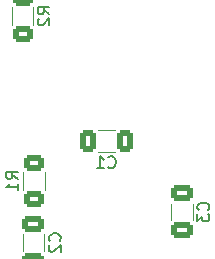
<source format=gbr>
%TF.GenerationSoftware,KiCad,Pcbnew,8.0.1-rc1*%
%TF.CreationDate,2024-11-19T18:39:50-08:00*%
%TF.ProjectId,LM2597-Adj,4c4d3235-3937-42d4-9164-6a2e6b696361,rev?*%
%TF.SameCoordinates,Original*%
%TF.FileFunction,Legend,Bot*%
%TF.FilePolarity,Positive*%
%FSLAX46Y46*%
G04 Gerber Fmt 4.6, Leading zero omitted, Abs format (unit mm)*
G04 Created by KiCad (PCBNEW 8.0.1-rc1) date 2024-11-19 18:39:50*
%MOMM*%
%LPD*%
G01*
G04 APERTURE LIST*
G04 Aperture macros list*
%AMRoundRect*
0 Rectangle with rounded corners*
0 $1 Rounding radius*
0 $2 $3 $4 $5 $6 $7 $8 $9 X,Y pos of 4 corners*
0 Add a 4 corners polygon primitive as box body*
4,1,4,$2,$3,$4,$5,$6,$7,$8,$9,$2,$3,0*
0 Add four circle primitives for the rounded corners*
1,1,$1+$1,$2,$3*
1,1,$1+$1,$4,$5*
1,1,$1+$1,$6,$7*
1,1,$1+$1,$8,$9*
0 Add four rect primitives between the rounded corners*
20,1,$1+$1,$2,$3,$4,$5,0*
20,1,$1+$1,$4,$5,$6,$7,0*
20,1,$1+$1,$6,$7,$8,$9,0*
20,1,$1+$1,$8,$9,$2,$3,0*%
G04 Aperture macros list end*
%ADD10C,0.150000*%
%ADD11C,0.120000*%
%ADD12C,1.440000*%
%ADD13RoundRect,0.250000X0.625000X-0.400000X0.625000X0.400000X-0.625000X0.400000X-0.625000X-0.400000X0*%
%ADD14RoundRect,0.250000X-0.625000X0.400000X-0.625000X-0.400000X0.625000X-0.400000X0.625000X0.400000X0*%
%ADD15R,2.200000X2.200000*%
%ADD16O,2.200000X2.200000*%
%ADD17R,1.600000X1.600000*%
%ADD18C,1.600000*%
%ADD19R,1.700000X1.700000*%
%ADD20O,1.700000X1.700000*%
%ADD21C,2.000000*%
%ADD22O,2.000000X2.000000*%
%ADD23RoundRect,0.250000X-0.412500X-0.650000X0.412500X-0.650000X0.412500X0.650000X-0.412500X0.650000X0*%
%ADD24RoundRect,0.250000X0.650000X-0.412500X0.650000X0.412500X-0.650000X0.412500X-0.650000X-0.412500X0*%
G04 APERTURE END LIST*
D10*
X163420008Y-68225794D02*
X162943817Y-67892461D01*
X163420008Y-67654366D02*
X162420008Y-67654366D01*
X162420008Y-67654366D02*
X162420008Y-68035318D01*
X162420008Y-68035318D02*
X162467627Y-68130556D01*
X162467627Y-68130556D02*
X162515246Y-68178175D01*
X162515246Y-68178175D02*
X162610484Y-68225794D01*
X162610484Y-68225794D02*
X162753341Y-68225794D01*
X162753341Y-68225794D02*
X162848579Y-68178175D01*
X162848579Y-68178175D02*
X162896198Y-68130556D01*
X162896198Y-68130556D02*
X162943817Y-68035318D01*
X162943817Y-68035318D02*
X162943817Y-67654366D01*
X162515246Y-68606747D02*
X162467627Y-68654366D01*
X162467627Y-68654366D02*
X162420008Y-68749604D01*
X162420008Y-68749604D02*
X162420008Y-68987699D01*
X162420008Y-68987699D02*
X162467627Y-69082937D01*
X162467627Y-69082937D02*
X162515246Y-69130556D01*
X162515246Y-69130556D02*
X162610484Y-69178175D01*
X162610484Y-69178175D02*
X162705722Y-69178175D01*
X162705722Y-69178175D02*
X162848579Y-69130556D01*
X162848579Y-69130556D02*
X163420008Y-68559128D01*
X163420008Y-68559128D02*
X163420008Y-69178175D01*
X160745421Y-82190068D02*
X160269230Y-81856735D01*
X160745421Y-81618640D02*
X159745421Y-81618640D01*
X159745421Y-81618640D02*
X159745421Y-81999592D01*
X159745421Y-81999592D02*
X159793040Y-82094830D01*
X159793040Y-82094830D02*
X159840659Y-82142449D01*
X159840659Y-82142449D02*
X159935897Y-82190068D01*
X159935897Y-82190068D02*
X160078754Y-82190068D01*
X160078754Y-82190068D02*
X160173992Y-82142449D01*
X160173992Y-82142449D02*
X160221611Y-82094830D01*
X160221611Y-82094830D02*
X160269230Y-81999592D01*
X160269230Y-81999592D02*
X160269230Y-81618640D01*
X160745421Y-83142449D02*
X160745421Y-82571021D01*
X160745421Y-82856735D02*
X159745421Y-82856735D01*
X159745421Y-82856735D02*
X159888278Y-82761497D01*
X159888278Y-82761497D02*
X159983516Y-82666259D01*
X159983516Y-82666259D02*
X160031135Y-82571021D01*
X168408036Y-81175428D02*
X168455655Y-81223048D01*
X168455655Y-81223048D02*
X168598512Y-81270667D01*
X168598512Y-81270667D02*
X168693750Y-81270667D01*
X168693750Y-81270667D02*
X168836607Y-81223048D01*
X168836607Y-81223048D02*
X168931845Y-81127809D01*
X168931845Y-81127809D02*
X168979464Y-81032571D01*
X168979464Y-81032571D02*
X169027083Y-80842095D01*
X169027083Y-80842095D02*
X169027083Y-80699238D01*
X169027083Y-80699238D02*
X168979464Y-80508762D01*
X168979464Y-80508762D02*
X168931845Y-80413524D01*
X168931845Y-80413524D02*
X168836607Y-80318286D01*
X168836607Y-80318286D02*
X168693750Y-80270667D01*
X168693750Y-80270667D02*
X168598512Y-80270667D01*
X168598512Y-80270667D02*
X168455655Y-80318286D01*
X168455655Y-80318286D02*
X168408036Y-80365905D01*
X167455655Y-81270667D02*
X168027083Y-81270667D01*
X167741369Y-81270667D02*
X167741369Y-80270667D01*
X167741369Y-80270667D02*
X167836607Y-80413524D01*
X167836607Y-80413524D02*
X167931845Y-80508762D01*
X167931845Y-80508762D02*
X168027083Y-80556381D01*
X176852495Y-84809725D02*
X176900115Y-84762106D01*
X176900115Y-84762106D02*
X176947734Y-84619249D01*
X176947734Y-84619249D02*
X176947734Y-84524011D01*
X176947734Y-84524011D02*
X176900115Y-84381154D01*
X176900115Y-84381154D02*
X176804876Y-84285916D01*
X176804876Y-84285916D02*
X176709638Y-84238297D01*
X176709638Y-84238297D02*
X176519162Y-84190678D01*
X176519162Y-84190678D02*
X176376305Y-84190678D01*
X176376305Y-84190678D02*
X176185829Y-84238297D01*
X176185829Y-84238297D02*
X176090591Y-84285916D01*
X176090591Y-84285916D02*
X175995353Y-84381154D01*
X175995353Y-84381154D02*
X175947734Y-84524011D01*
X175947734Y-84524011D02*
X175947734Y-84619249D01*
X175947734Y-84619249D02*
X175995353Y-84762106D01*
X175995353Y-84762106D02*
X176042972Y-84809725D01*
X175947734Y-85143059D02*
X175947734Y-85762106D01*
X175947734Y-85762106D02*
X176328686Y-85428773D01*
X176328686Y-85428773D02*
X176328686Y-85571630D01*
X176328686Y-85571630D02*
X176376305Y-85666868D01*
X176376305Y-85666868D02*
X176423924Y-85714487D01*
X176423924Y-85714487D02*
X176519162Y-85762106D01*
X176519162Y-85762106D02*
X176757257Y-85762106D01*
X176757257Y-85762106D02*
X176852495Y-85714487D01*
X176852495Y-85714487D02*
X176900115Y-85666868D01*
X176900115Y-85666868D02*
X176947734Y-85571630D01*
X176947734Y-85571630D02*
X176947734Y-85285916D01*
X176947734Y-85285916D02*
X176900115Y-85190678D01*
X176900115Y-85190678D02*
X176852495Y-85143059D01*
X164277034Y-87412081D02*
X164324654Y-87364462D01*
X164324654Y-87364462D02*
X164372273Y-87221605D01*
X164372273Y-87221605D02*
X164372273Y-87126367D01*
X164372273Y-87126367D02*
X164324654Y-86983510D01*
X164324654Y-86983510D02*
X164229415Y-86888272D01*
X164229415Y-86888272D02*
X164134177Y-86840653D01*
X164134177Y-86840653D02*
X163943701Y-86793034D01*
X163943701Y-86793034D02*
X163800844Y-86793034D01*
X163800844Y-86793034D02*
X163610368Y-86840653D01*
X163610368Y-86840653D02*
X163515130Y-86888272D01*
X163515130Y-86888272D02*
X163419892Y-86983510D01*
X163419892Y-86983510D02*
X163372273Y-87126367D01*
X163372273Y-87126367D02*
X163372273Y-87221605D01*
X163372273Y-87221605D02*
X163419892Y-87364462D01*
X163419892Y-87364462D02*
X163467511Y-87412081D01*
X163467511Y-87793034D02*
X163419892Y-87840653D01*
X163419892Y-87840653D02*
X163372273Y-87935891D01*
X163372273Y-87935891D02*
X163372273Y-88173986D01*
X163372273Y-88173986D02*
X163419892Y-88269224D01*
X163419892Y-88269224D02*
X163467511Y-88316843D01*
X163467511Y-88316843D02*
X163562749Y-88364462D01*
X163562749Y-88364462D02*
X163657987Y-88364462D01*
X163657987Y-88364462D02*
X163800844Y-88316843D01*
X163800844Y-88316843D02*
X164372273Y-87745415D01*
X164372273Y-87745415D02*
X164372273Y-88364462D01*
D11*
%TO.C,R2*%
X162055189Y-67665397D02*
X162055189Y-69119525D01*
X160235189Y-67665397D02*
X160235189Y-69119525D01*
%TO.C,R1*%
X161200602Y-83083799D02*
X161200602Y-81629671D01*
X163020602Y-83083799D02*
X163020602Y-81629671D01*
%TO.C,C1*%
X168952622Y-78055848D02*
X167530118Y-78055848D01*
X168952622Y-79875848D02*
X167530118Y-79875848D01*
%TO.C,C3*%
X173732915Y-84265140D02*
X173732915Y-85687644D01*
X175552915Y-84265140D02*
X175552915Y-85687644D01*
%TO.C,C2*%
X161157454Y-86867496D02*
X161157454Y-88290000D01*
X162977454Y-86867496D02*
X162977454Y-88290000D01*
%TD*%
%LPC*%
D12*
%TO.C,RV1*%
X167285208Y-72202558D03*
X164745208Y-72202558D03*
X162205208Y-72202558D03*
%TD*%
D13*
%TO.C,R2*%
X161145189Y-69942461D03*
X161145189Y-66842461D03*
%TD*%
D14*
%TO.C,R1*%
X162110602Y-80806735D03*
X162110602Y-83906735D03*
%TD*%
D15*
%TO.C,D1*%
X163481551Y-78100872D03*
D16*
X173641551Y-78100872D03*
%TD*%
D17*
%TO.C,C5*%
X171376915Y-67848426D03*
D18*
X176376915Y-67848426D03*
%TD*%
D19*
%TO.C,J1*%
X176855208Y-80352770D03*
D20*
X176855208Y-77812770D03*
X176855208Y-75272770D03*
%TD*%
D21*
%TO.C,L1*%
X177322931Y-91424700D03*
D22*
X162082931Y-91424700D03*
%TD*%
D17*
%TO.C,C4*%
X165038265Y-66577536D03*
D18*
X167538265Y-66577536D03*
%TD*%
D23*
%TO.C,C1*%
X166678870Y-78965848D03*
X169803870Y-78965848D03*
%TD*%
D24*
%TO.C,C3*%
X174642915Y-86538892D03*
X174642915Y-83413892D03*
%TD*%
%TO.C,C2*%
X162067454Y-89141248D03*
X162067454Y-86016248D03*
%TD*%
%LPD*%
M02*

</source>
